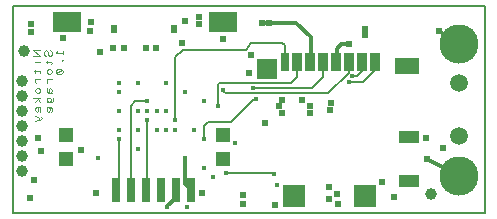
<source format=gbr>
%FSLAX23Y23*%
%MOIN*%
G04 EasyPC Gerber Version 17.0 Build 3379 *
%ADD74R,0.02126X0.03150*%
%ADD29R,0.02559X0.08465*%
%ADD27R,0.02953X0.06299*%
%ADD24R,0.03346X0.06299*%
%ADD72R,0.04724X0.05118*%
%ADD25R,0.06575X0.07087*%
%ADD71C,0.00394*%
%ADD81C,0.00500*%
%ADD80C,0.00590*%
%ADD79C,0.01200*%
%ADD78C,0.01600*%
%ADD76C,0.01772*%
%ADD77C,0.02400*%
%ADD22C,0.03937*%
%ADD75C,0.03937*%
%ADD21C,0.05918*%
%ADD20C,0.13055*%
%ADD23R,0.06693X0.03937*%
%ADD26R,0.08071X0.05315*%
%ADD73R,0.09449X0.06693*%
%ADD28R,0.07480X0.07283*%
X0Y0D02*
D02*
D71*
X362Y771D02*
X338D01*
X362Y751*
X338*
X362Y731D02*
X346D01*
X340D02*
X346Y704*
Y696D01*
X342Y700D02*
X360D01*
X362Y698*
Y696*
X360Y694*
X362Y676D02*
X346D01*
X352D02*
X348Y674D01*
X346Y670*
Y666*
X348Y663*
X356Y645D02*
X360Y643D01*
X362Y639*
Y635*
X360Y631*
X356Y629*
X352*
X348Y631*
X346Y635*
Y639*
X348Y643*
X352Y645*
X356*
X362Y613D02*
X338D01*
X354D02*
Y607D01*
X346Y598*
X354Y607D02*
X362Y598D01*
X360Y566D02*
X362Y568D01*
Y572*
Y576*
X360Y580*
X356Y582*
X350*
X348Y580*
X346Y576*
Y572*
X348Y568*
X350Y566*
X352*
X354Y568*
X356Y572*
Y576*
X354Y580*
X352Y582*
X346Y550D02*
X354Y548D01*
X358Y544*
Y540*
X354Y537*
X346Y535*
X354Y537D02*
X362Y539D01*
X366Y540*
X368Y544*
X366Y548*
X394Y771D02*
X398Y769D01*
X400Y765*
Y757*
X398Y753*
X394Y751*
X390Y753*
X388Y757*
Y765*
X386Y769*
X382Y771*
X378Y769*
X376Y765*
Y757*
X378Y753*
X382Y751*
X384Y735D02*
Y728D01*
X380Y731D02*
X398D01*
X400Y729*
Y728*
X398Y726*
X394Y708D02*
X398Y706D01*
X400Y702*
Y698*
X398Y694*
X394Y692*
X390*
X386Y694*
X384Y698*
Y702*
X386Y706*
X390Y708*
X394*
X400Y676D02*
X384D01*
X390D02*
X386Y674D01*
X384Y670*
Y666*
X386Y663*
Y645D02*
X384Y641D01*
Y635*
X386Y631*
X390Y629*
X396*
X398Y631*
X400Y635*
Y639*
X398Y643*
X396Y645*
X394*
X392Y643*
X390Y639*
Y635*
X392Y631*
X394Y629*
X396D02*
X400D01*
X390Y598D02*
X386Y600D01*
X384Y603*
Y607*
X386Y611*
X390Y613*
X392*
X396Y611*
X398Y607*
Y603*
X396Y600*
X392Y598*
X384D02*
X400D01*
X404Y600*
X406Y603*
Y609*
X404Y613*
X398Y566D02*
X400Y568D01*
Y572*
Y576*
X398Y580*
X394Y582*
X388*
X386Y580*
X384Y576*
Y572*
X386Y568*
X388Y566*
X390*
X392Y568*
X394Y572*
Y576*
X392Y580*
X390Y582*
X438Y767D02*
Y759D01*
Y763D02*
X414D01*
X418Y767*
X438Y737D02*
X436Y735D01*
X434Y737*
X436Y739*
X438Y737*
X436Y706D02*
X438Y702D01*
Y698*
X436Y694*
X432Y692*
X420*
X416Y694*
X414Y698*
Y702*
X416Y706*
X420Y708*
X432*
X436Y706*
X416Y694*
D02*
D20*
X1758Y353D03*
Y793D03*
D02*
D21*
Y484D03*
Y662D03*
D02*
D22*
X307Y767D03*
X1665Y290D03*
D02*
D23*
X1591Y334D03*
Y480D03*
D02*
D24*
X1219Y733D03*
X1262D03*
X1305D03*
X1348D03*
X1392D03*
X1435D03*
X1478D03*
D02*
D25*
X1119Y708D03*
D02*
D26*
X1585Y718D03*
D02*
D27*
X1177Y733D03*
D02*
D28*
X1209Y286D03*
X1444D03*
D02*
D29*
X615Y305D03*
X665D03*
X715D03*
X765D03*
X815D03*
X865D03*
D02*
D72*
X448Y408D03*
Y487D03*
X970Y408D03*
X971Y487D03*
D02*
D73*
X450Y864D03*
X971Y864D03*
D02*
D74*
X609Y840D03*
X809D03*
D02*
D75*
X303Y369D03*
Y419D03*
Y469D03*
Y519D03*
Y569D03*
Y619D03*
Y669D03*
D02*
D76*
X624Y474D03*
Y505D03*
Y568D03*
Y663D03*
X626Y633D03*
X687Y442D03*
Y505D03*
Y568D03*
Y663D03*
X718Y568D03*
X750Y505D03*
Y568D03*
X781Y505D03*
Y568D03*
Y663D03*
X813Y505D03*
X844Y411D03*
Y631D03*
X876Y505D03*
X907Y379D03*
Y474D03*
Y600D03*
X939Y348D03*
X982Y363D03*
X1010Y462D03*
X1080Y609D03*
X1143Y359D03*
D02*
D77*
X328Y277D03*
X330Y832D03*
Y857D03*
X342Y338D03*
X354Y479D03*
X366Y436D03*
X439Y812D03*
X498Y438D03*
X527Y834D03*
X531Y865D03*
X549Y294D03*
X563Y765D03*
X604Y779D03*
X640D03*
X714D03*
X748D03*
X836Y796D03*
X846Y867D03*
X891Y857D03*
Y881D03*
X901Y294D03*
X972Y808D03*
X1039Y259D03*
Y287D03*
X1059Y694D03*
X1065Y755D03*
X1100Y863D03*
X1112Y529D03*
X1126Y863D03*
X1145Y255D03*
X1157Y584D03*
X1167Y605D03*
X1169Y560D03*
X1236Y605D03*
X1262Y560D03*
Y584D03*
X1325Y275D03*
Y314D03*
X1328Y570D03*
X1330Y596D03*
X1352Y290D03*
X1354Y259D03*
X1390Y790D03*
X1445Y820D03*
Y842D03*
X1502Y332D03*
X1543Y281D03*
X1649Y479D03*
X1651Y408D03*
X1691Y835D03*
X1704Y446D03*
D02*
D78*
X555Y411D03*
X718Y537D03*
Y600D03*
X785Y249D03*
X813Y537D03*
X852Y247D03*
X954Y586D03*
X972Y637D03*
X1073Y645D03*
X1153Y320D03*
X1391Y665D03*
X1403Y686D03*
D02*
D79*
X815Y305D02*
X817D01*
Y281*
X785Y250*
Y249*
X844Y411D02*
Y325D01*
X865Y305*
X1100Y863D02*
X1126D01*
X1216*
X1264Y816*
Y755*
X1262Y753*
X1264*
Y733*
X1262*
X1348D02*
X1350D01*
Y775*
X1366Y790*
X1390*
X1651Y408D02*
X1758Y353D01*
Y793D02*
X1691Y835D01*
D02*
D80*
X624Y474D02*
Y313D01*
X615Y305*
X718Y537D02*
Y305D01*
X715*
X718Y600D02*
X679D01*
X665Y586*
Y393*
X665Y393*
Y305*
X954Y586D02*
Y657D01*
X960Y663*
X1199*
X1218Y682*
Y737*
X1219Y733*
X972Y637D02*
X974D01*
Y633*
X980Y627*
X1321*
X1390Y696*
Y751*
X1392Y733*
X982Y363D02*
X1140D01*
X1143Y359*
X1073Y645D02*
X1267D01*
X1305Y682*
Y733*
X1305*
X1080Y609D02*
X1075D01*
X998Y533*
X921*
X907Y519*
Y474*
X1177Y733D02*
X1177D01*
Y787*
X1167Y796*
X1065*
X1048Y773*
X837*
X813Y749*
Y537*
X1391Y665D02*
X1439D01*
X1478Y704*
Y706*
X1478Y763*
Y733*
X1403Y686D02*
X1419D01*
X1435Y702*
Y762*
X1435Y733*
D02*
D81*
X1844Y228D02*
X270D01*
Y918*
X1844*
Y228*
X0Y0D02*
M02*

</source>
